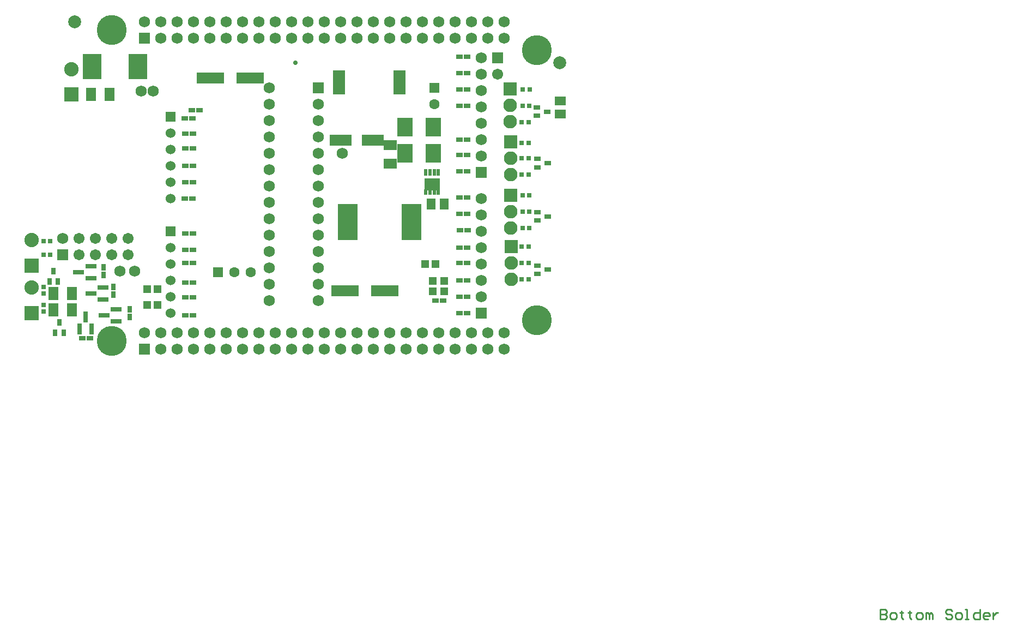
<source format=gbs>
%FSAX24Y24*%
%MOIN*%
G70*
G01*
G75*
G04 Layer_Color=16711935*
%ADD10C,0.0060*%
%ADD11C,0.0394*%
%ADD12R,0.0374X0.0394*%
%ADD13R,0.0394X0.0374*%
%ADD14R,0.0630X0.0500*%
%ADD15R,0.0500X0.0630*%
%ADD16R,0.0787X0.0787*%
%ADD17R,0.0850X0.1080*%
%ADD18R,0.0512X0.0728*%
%ADD19R,0.0276X0.0276*%
%ADD20R,0.0276X0.0276*%
%ADD21R,0.0236X0.0315*%
%ADD22R,0.0315X0.0236*%
%ADD23R,0.0728X0.0512*%
%ADD24R,0.0600X0.1000*%
%ADD25R,0.0591X0.1102*%
%ADD26R,0.0550X0.0450*%
%ADD27O,0.0669X0.0118*%
%ADD28R,0.0681X0.0748*%
%ADD29R,0.1654X0.1181*%
%ADD30O,0.0138X0.0669*%
%ADD31R,0.0500X0.1200*%
%ADD32R,0.0787X0.0787*%
%ADD33R,0.0220X0.0200*%
%ADD34R,0.0866X0.0236*%
%ADD35R,0.0866X0.0236*%
%ADD36R,0.0272X0.0390*%
%ADD37R,0.0965X0.0748*%
%ADD38R,0.0160X0.0250*%
%ADD39R,0.0197X0.0161*%
%ADD40R,0.0630X0.0118*%
%ADD41O,0.0630X0.0118*%
%ADD42C,0.0200*%
%ADD43C,0.0070*%
%ADD44C,0.0080*%
%ADD45C,0.0120*%
%ADD46C,0.0250*%
%ADD47C,0.0100*%
%ADD48C,0.0500*%
%ADD49C,0.0030*%
%ADD50C,0.0040*%
%ADD51C,0.0600*%
%ADD52C,0.1750*%
%ADD53R,0.0600X0.0600*%
%ADD54R,0.0600X0.0600*%
%ADD55C,0.0750*%
%ADD56R,0.0750X0.0750*%
%ADD57C,0.0800*%
%ADD58R,0.0800X0.0800*%
%ADD59C,0.0591*%
%ADD60R,0.0591X0.0591*%
%ADD61R,0.0550X0.0550*%
%ADD62C,0.0550*%
%ADD63R,0.0550X0.0550*%
%ADD64R,0.0591X0.0591*%
%ADD65C,0.0200*%
%ADD66C,0.0160*%
%ADD67C,0.0400*%
%ADD68C,0.0850*%
%ADD69C,0.0520*%
%ADD70C,0.0554*%
%ADD71C,0.0300*%
%ADD72R,0.1575X0.0630*%
%ADD73R,0.0200X0.0220*%
%ADD74R,0.0236X0.0591*%
%ADD75R,0.0591X0.0236*%
%ADD76R,0.1142X0.2126*%
%ADD77R,0.0701X0.1402*%
%ADD78R,0.0902X0.0673*%
%ADD79R,0.0134X0.0256*%
%ADD80R,0.0134X0.0315*%
%ADD81R,0.1260X0.0630*%
%ADD82R,0.1100X0.1500*%
%ADD83C,0.0050*%
%ADD84C,0.0098*%
%ADD85C,0.0079*%
%ADD86R,0.0200X0.1240*%
%ADD87R,0.0200X0.1640*%
%ADD88R,0.1240X0.0200*%
%ADD89C,0.0000*%
%ADD90R,0.0925X0.0709*%
%ADD91C,0.0787*%
%ADD92R,0.0454X0.0474*%
%ADD93R,0.0474X0.0454*%
%ADD94R,0.0710X0.0580*%
%ADD95R,0.0580X0.0710*%
%ADD96R,0.0867X0.0867*%
%ADD97R,0.0930X0.1160*%
%ADD98R,0.0592X0.0808*%
%ADD99R,0.0356X0.0356*%
%ADD100R,0.0356X0.0356*%
%ADD101R,0.0316X0.0395*%
%ADD102R,0.0395X0.0316*%
%ADD103R,0.0808X0.0592*%
%ADD104R,0.0680X0.1080*%
%ADD105R,0.0671X0.1182*%
%ADD106R,0.0630X0.0530*%
%ADD107O,0.0749X0.0198*%
%ADD108R,0.0761X0.0828*%
%ADD109R,0.1734X0.1261*%
%ADD110O,0.0218X0.0749*%
%ADD111R,0.0580X0.1280*%
%ADD112R,0.0867X0.0867*%
%ADD113R,0.0300X0.0280*%
%ADD114R,0.0946X0.0316*%
%ADD115R,0.0946X0.0316*%
%ADD116R,0.0352X0.0470*%
%ADD117R,0.1025X0.0808*%
%ADD118R,0.0200X0.0290*%
%ADD119R,0.0257X0.0221*%
%ADD120R,0.0710X0.0198*%
%ADD121O,0.0710X0.0198*%
%ADD122C,0.0680*%
%ADD123C,0.1830*%
%ADD124R,0.0680X0.0680*%
%ADD125C,0.0830*%
%ADD126R,0.0830X0.0830*%
%ADD127C,0.0880*%
%ADD128R,0.0880X0.0880*%
%ADD129C,0.0671*%
%ADD130R,0.0671X0.0671*%
%ADD131R,0.0630X0.0630*%
%ADD132C,0.0630*%
%ADD133R,0.0630X0.0630*%
%ADD134R,0.0671X0.0671*%
%ADD135R,0.1655X0.0710*%
%ADD136R,0.0280X0.0300*%
%ADD137R,0.0316X0.0671*%
%ADD138R,0.0671X0.0316*%
%ADD139R,0.1222X0.2206*%
%ADD140R,0.0781X0.1482*%
%ADD141R,0.0982X0.0753*%
%ADD142R,0.0214X0.0336*%
%ADD143R,0.0214X0.0395*%
%ADD144R,0.1340X0.0710*%
%ADD145R,0.1180X0.1580*%
%ADD146C,0.0280*%
G54D47*
X075550Y004450D02*
Y003850D01*
X075850D01*
X075950Y003950D01*
Y004050D01*
X075850Y004150D01*
X075550D01*
X075850D01*
X075950Y004250D01*
Y004350D01*
X075850Y004450D01*
X075550D01*
X076250Y003850D02*
X076450D01*
X076550Y003950D01*
Y004150D01*
X076450Y004250D01*
X076250D01*
X076150Y004150D01*
Y003950D01*
X076250Y003850D01*
X076850Y004350D02*
Y004250D01*
X076750D01*
X076950D01*
X076850D01*
Y003950D01*
X076950Y003850D01*
X077349Y004350D02*
Y004250D01*
X077249D01*
X077449D01*
X077349D01*
Y003950D01*
X077449Y003850D01*
X077849D02*
X078049D01*
X078149Y003950D01*
Y004150D01*
X078049Y004250D01*
X077849D01*
X077749Y004150D01*
Y003950D01*
X077849Y003850D01*
X078349D02*
Y004250D01*
X078449D01*
X078549Y004150D01*
Y003850D01*
Y004150D01*
X078649Y004250D01*
X078749Y004150D01*
Y003850D01*
X079949Y004350D02*
X079849Y004450D01*
X079649D01*
X079549Y004350D01*
Y004250D01*
X079649Y004150D01*
X079849D01*
X079949Y004050D01*
Y003950D01*
X079849Y003850D01*
X079649D01*
X079549Y003950D01*
X080248Y003850D02*
X080448D01*
X080548Y003950D01*
Y004150D01*
X080448Y004250D01*
X080248D01*
X080149Y004150D01*
Y003950D01*
X080248Y003850D01*
X080748D02*
X080948D01*
X080848D01*
Y004450D01*
X080748D01*
X081648D02*
Y003850D01*
X081348D01*
X081248Y003950D01*
Y004150D01*
X081348Y004250D01*
X081648D01*
X082148Y003850D02*
X081948D01*
X081848Y003950D01*
Y004150D01*
X081948Y004250D01*
X082148D01*
X082248Y004150D01*
Y004050D01*
X081848D01*
X082448Y004250D02*
Y003850D01*
Y004050D01*
X082548Y004150D01*
X082648Y004250D01*
X082748D01*
G54D51*
X032150Y022550D02*
D03*
Y023550D02*
D03*
Y024550D02*
D03*
Y025550D02*
D03*
Y026550D02*
D03*
Y033550D02*
D03*
Y032550D02*
D03*
Y031550D02*
D03*
Y030550D02*
D03*
Y029550D02*
D03*
G54D54*
Y027550D02*
D03*
Y034550D02*
D03*
G54D91*
X026300Y040350D02*
D03*
X055950Y037850D02*
D03*
G54D92*
X048200Y023885D02*
D03*
Y024515D02*
D03*
X048900Y023885D02*
D03*
Y024515D02*
D03*
G54D93*
X048365Y025550D02*
D03*
X047735D02*
D03*
X030735Y024000D02*
D03*
X031365D02*
D03*
X030735Y023050D02*
D03*
X031365D02*
D03*
G54D94*
X056000Y034700D02*
D03*
Y035500D02*
D03*
G54D95*
X048900Y029200D02*
D03*
X048100D02*
D03*
G54D97*
X046480Y032300D02*
D03*
X048220D02*
D03*
X046480Y033900D02*
D03*
X048220D02*
D03*
G54D98*
X026121Y023750D02*
D03*
X024979D02*
D03*
X026121Y022750D02*
D03*
X024979D02*
D03*
X028421Y035900D02*
D03*
X027279D02*
D03*
G54D101*
X025256Y024485D02*
D03*
X024744D02*
D03*
X025000Y025115D02*
D03*
X025606Y021335D02*
D03*
X025094D02*
D03*
X025350Y021965D02*
D03*
X028650Y023664D02*
D03*
Y024136D02*
D03*
X028050Y025336D02*
D03*
Y024864D02*
D03*
X029650Y022786D02*
D03*
Y022314D02*
D03*
G54D102*
X054600Y031450D02*
D03*
Y031962D02*
D03*
X055230Y031706D02*
D03*
X054600Y028200D02*
D03*
Y028712D02*
D03*
X055230Y028456D02*
D03*
X054585Y024944D02*
D03*
Y025456D02*
D03*
X055215Y025200D02*
D03*
X033014Y034450D02*
D03*
X033486D02*
D03*
X033064Y033500D02*
D03*
X033536D02*
D03*
X033064Y032600D02*
D03*
X033536D02*
D03*
X033064Y031550D02*
D03*
X033536D02*
D03*
X033064Y030550D02*
D03*
X033536D02*
D03*
X033014Y029550D02*
D03*
X033486D02*
D03*
X033064Y027400D02*
D03*
X033536D02*
D03*
X033064Y026400D02*
D03*
X033536D02*
D03*
X033064Y025600D02*
D03*
X033536D02*
D03*
X033064Y024400D02*
D03*
X033536D02*
D03*
X033064Y023500D02*
D03*
X033536D02*
D03*
X033064Y022400D02*
D03*
X033536D02*
D03*
X033464Y034950D02*
D03*
X033936D02*
D03*
X049814Y038200D02*
D03*
X050286D02*
D03*
X049814Y037200D02*
D03*
X050286D02*
D03*
X049814Y036200D02*
D03*
X050286D02*
D03*
X049814Y035200D02*
D03*
X050286D02*
D03*
X049814Y033150D02*
D03*
X050286D02*
D03*
X049814Y032200D02*
D03*
X050286D02*
D03*
X049814Y031200D02*
D03*
X050286D02*
D03*
X049814Y029600D02*
D03*
X050286D02*
D03*
X049814Y028600D02*
D03*
X050286D02*
D03*
X049864Y027600D02*
D03*
X050336D02*
D03*
X049814Y026550D02*
D03*
X050286D02*
D03*
X049814Y025600D02*
D03*
X050286D02*
D03*
X049814Y024550D02*
D03*
X050286D02*
D03*
X049814Y023550D02*
D03*
X050286D02*
D03*
X049814Y022550D02*
D03*
X050286D02*
D03*
X048364Y023300D02*
D03*
X048836D02*
D03*
X026764Y021000D02*
D03*
X027236D02*
D03*
X054550Y034600D02*
D03*
Y035112D02*
D03*
X055180Y034856D02*
D03*
G54D103*
X045600Y032821D02*
D03*
Y031679D02*
D03*
G54D113*
X024400Y023050D02*
D03*
Y022633D02*
D03*
Y024150D02*
D03*
Y023733D02*
D03*
G54D122*
X042650Y032300D02*
D03*
X031100Y036100D02*
D03*
X030350D02*
D03*
X043550Y021350D02*
D03*
Y020350D02*
D03*
X044550D02*
D03*
Y021350D02*
D03*
X046550Y020350D02*
D03*
X052550D02*
D03*
X049550D02*
D03*
X051550Y021350D02*
D03*
X046550D02*
D03*
X030550D02*
D03*
X052550D02*
D03*
X051550Y020350D02*
D03*
X050550D02*
D03*
Y021350D02*
D03*
X048550Y020350D02*
D03*
X049550Y021350D02*
D03*
X045550Y020350D02*
D03*
X048550Y021350D02*
D03*
X047550Y020350D02*
D03*
X045550Y021350D02*
D03*
X047550D02*
D03*
X038550Y020350D02*
D03*
X037550Y021350D02*
D03*
Y020350D02*
D03*
X035550D02*
D03*
X036550Y021350D02*
D03*
X035550D02*
D03*
X039550Y020350D02*
D03*
X036550D02*
D03*
X038550Y021350D02*
D03*
X042550D02*
D03*
X040550Y020350D02*
D03*
X039550Y021350D02*
D03*
X034550Y020350D02*
D03*
X033550D02*
D03*
X032550D02*
D03*
X041550Y021350D02*
D03*
X040550D02*
D03*
X031550Y020350D02*
D03*
X032550Y021350D02*
D03*
X041550Y020350D02*
D03*
X031550Y021350D02*
D03*
X042550Y020350D02*
D03*
X033550Y021350D02*
D03*
X034550D02*
D03*
X051150Y023550D02*
D03*
Y024550D02*
D03*
Y025550D02*
D03*
Y026550D02*
D03*
Y027550D02*
D03*
Y028550D02*
D03*
Y029550D02*
D03*
X038200Y023300D02*
D03*
Y024300D02*
D03*
Y025300D02*
D03*
Y026300D02*
D03*
Y027300D02*
D03*
Y028300D02*
D03*
Y029300D02*
D03*
Y030300D02*
D03*
Y031300D02*
D03*
Y032300D02*
D03*
Y033300D02*
D03*
Y034300D02*
D03*
Y035300D02*
D03*
Y036300D02*
D03*
X041200Y023300D02*
D03*
Y024300D02*
D03*
Y025300D02*
D03*
Y026300D02*
D03*
Y027300D02*
D03*
Y028300D02*
D03*
Y029300D02*
D03*
Y030300D02*
D03*
Y031300D02*
D03*
Y032300D02*
D03*
Y033300D02*
D03*
Y034300D02*
D03*
Y035300D02*
D03*
X025550Y027100D02*
D03*
X043550Y040350D02*
D03*
Y039350D02*
D03*
X044550D02*
D03*
Y040350D02*
D03*
X046550Y039350D02*
D03*
X052550D02*
D03*
X049550D02*
D03*
X051550Y040350D02*
D03*
X046550D02*
D03*
X030550D02*
D03*
X052550D02*
D03*
X051550Y039350D02*
D03*
X050550D02*
D03*
Y040350D02*
D03*
X048550Y039350D02*
D03*
X049550Y040350D02*
D03*
X045550Y039350D02*
D03*
X048550Y040350D02*
D03*
X047550Y039350D02*
D03*
X045550Y040350D02*
D03*
X047550D02*
D03*
X038550Y039350D02*
D03*
X037550Y040350D02*
D03*
Y039350D02*
D03*
X035550D02*
D03*
X036550Y040350D02*
D03*
X035550D02*
D03*
X039550Y039350D02*
D03*
X036550D02*
D03*
X038550Y040350D02*
D03*
X042550D02*
D03*
X040550Y039350D02*
D03*
X039550Y040350D02*
D03*
X034550Y039350D02*
D03*
X033550D02*
D03*
X032550D02*
D03*
X041550Y040350D02*
D03*
X040550D02*
D03*
X031550Y039350D02*
D03*
X032550Y040350D02*
D03*
X041550Y039350D02*
D03*
X031550Y040350D02*
D03*
X042550Y039350D02*
D03*
X033550Y040350D02*
D03*
X034550D02*
D03*
X051150Y038150D02*
D03*
Y037150D02*
D03*
Y036150D02*
D03*
Y035150D02*
D03*
Y034150D02*
D03*
Y033150D02*
D03*
Y032150D02*
D03*
X029050Y025100D02*
D03*
X029950D02*
D03*
G54D123*
X028550Y039850D02*
D03*
X054550Y038600D02*
D03*
Y022100D02*
D03*
X028550Y020850D02*
D03*
G54D124*
X030550Y020350D02*
D03*
X051150Y022550D02*
D03*
X041200Y036300D02*
D03*
X030550Y039350D02*
D03*
X051150Y031150D02*
D03*
G54D125*
X052950Y027750D02*
D03*
Y028750D02*
D03*
Y032000D02*
D03*
Y031000D02*
D03*
X052927Y034227D02*
D03*
Y035227D02*
D03*
X053000Y025600D02*
D03*
Y024600D02*
D03*
G54D126*
X052950Y029750D02*
D03*
Y033000D02*
D03*
X052927Y036227D02*
D03*
X053000Y026600D02*
D03*
G54D127*
X023650Y027000D02*
D03*
Y024100D02*
D03*
X026100Y037450D02*
D03*
G54D128*
X023650Y025450D02*
D03*
Y022550D02*
D03*
X026100Y035900D02*
D03*
G54D129*
X052150Y037150D02*
D03*
X029550Y027100D02*
D03*
Y026100D02*
D03*
X028550Y027100D02*
D03*
Y026100D02*
D03*
X027550Y027100D02*
D03*
Y026100D02*
D03*
X026550Y027100D02*
D03*
Y026100D02*
D03*
G54D130*
X052150Y038150D02*
D03*
G54D131*
X048300Y036300D02*
D03*
G54D132*
Y035300D02*
D03*
X037050Y025050D02*
D03*
X036050D02*
D03*
G54D133*
X035050D02*
D03*
G54D134*
X025550Y026100D02*
D03*
G54D135*
X037020Y036900D02*
D03*
X034580D02*
D03*
X045250Y023900D02*
D03*
X042809D02*
D03*
G54D136*
X054117Y036200D02*
D03*
X053700D02*
D03*
X054100Y035200D02*
D03*
X053683D02*
D03*
X054050Y034200D02*
D03*
X053633D02*
D03*
X054050Y032950D02*
D03*
X053633D02*
D03*
X054050Y032000D02*
D03*
X053633D02*
D03*
X054050Y031000D02*
D03*
X053633D02*
D03*
X054100Y029750D02*
D03*
X053683D02*
D03*
X054100Y028750D02*
D03*
X053683D02*
D03*
X054100Y027750D02*
D03*
X053683D02*
D03*
X054050Y026600D02*
D03*
X053633D02*
D03*
X054050Y025600D02*
D03*
X053633D02*
D03*
X054050Y024600D02*
D03*
X053633D02*
D03*
X024800Y026100D02*
D03*
X024383D02*
D03*
X024800Y026950D02*
D03*
X024383D02*
D03*
G54D137*
X026950Y022324D02*
D03*
X026576Y021576D02*
D03*
X027324D02*
D03*
G54D138*
X026526Y025050D02*
D03*
X027274Y024676D02*
D03*
Y025424D02*
D03*
X028076Y022400D02*
D03*
X028824Y022026D02*
D03*
Y022774D02*
D03*
X027276Y023750D02*
D03*
X028024Y023376D02*
D03*
Y024124D02*
D03*
G54D139*
X043001Y028100D02*
D03*
X046899D02*
D03*
G54D140*
X046150Y036650D02*
D03*
X042450D02*
D03*
G54D141*
X048150Y030409D02*
D03*
G54D142*
X047766Y029945D02*
D03*
X048022D02*
D03*
X048278D02*
D03*
X048534D02*
D03*
G54D143*
Y031155D02*
D03*
X048278D02*
D03*
X048022D02*
D03*
X047766D02*
D03*
G54D144*
X042566Y033100D02*
D03*
X044534D02*
D03*
G54D145*
X027345Y037600D02*
D03*
X030155D02*
D03*
G54D146*
X039800Y037850D02*
D03*
M02*

</source>
